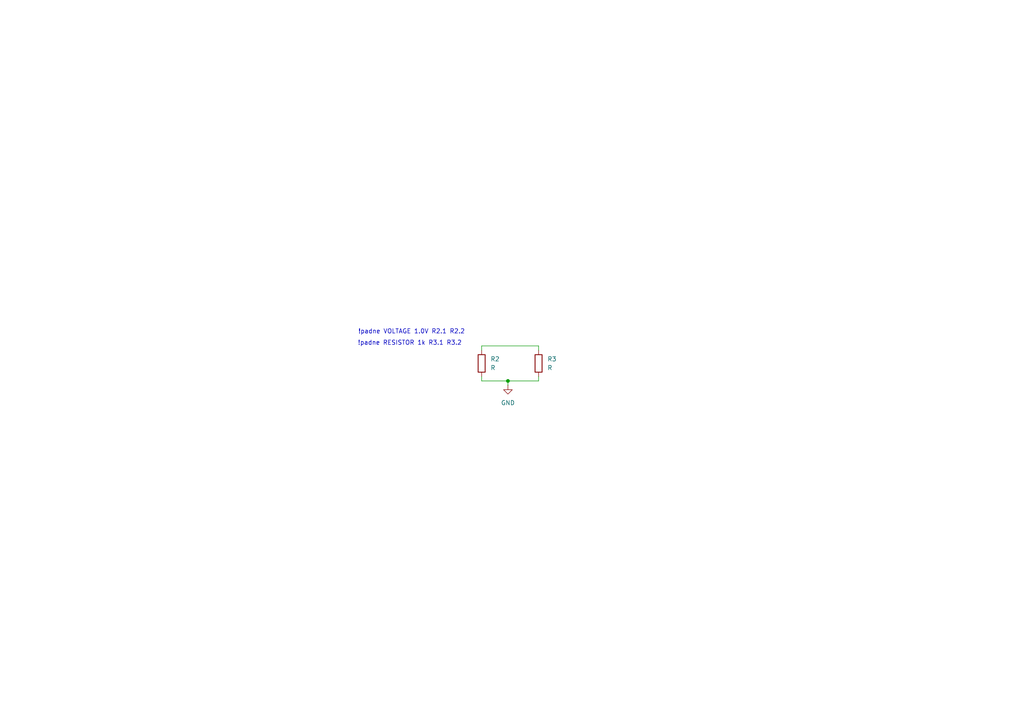
<source format=kicad_sch>
(kicad_sch (version 20231120) (generator "eeschema") (generator_version "8.0")
  (paper "A4")
  (lib_symbols
    (symbol "Device:R" (pin_numbers hide) (pin_names (offset 0))
      (property "Reference" "R" (at 2.032 0 90))
      (property "Value" "R" (at 0 0 90))
      (symbol "R_0_1"
        (rectangle (start -1.016 -2.54) (end 1.016 2.54) (stroke (width 0.254)))
      )
      (symbol "R_1_1"
        (pin passive line (at 0 3.81 270) (length 1.27) (name "~") (number "1"))
        (pin passive line (at 0 -3.81 90) (length 1.27) (name "~") (number "2"))
      )
    )
    (symbol "power:GND" (power) (pin_numbers hide) (pin_names (offset 0) hide)
      (property "Value" "GND" (at 0 -3.81 0))
      (symbol "GND_0_1"
        (polyline (pts (xy 0 0) (xy 0 -1.27) (xy 1.27 -1.27) (xy 0 -2.54) (xy -1.27 -1.27) (xy 0 -1.27)))
      )
      (symbol "GND_1_1"
        (pin power_in line (at 0 0 270) (length 0) (name "~") (number "1"))
      )
    )
  )
  (junction (at 147.32 110.49))
  (wire (pts (xy 156.21 100.33) (xy 156.21 101.6)))
  (wire (pts (xy 139.7 110.49) (xy 147.32 110.49)))
  (wire (pts (xy 139.7 110.49) (xy 139.7 109.22)))
  (wire (pts (xy 156.21 110.49) (xy 156.21 109.22)))
  (wire (pts (xy 147.32 110.49) (xy 147.32 111.76)))
  (wire (pts (xy 139.7 100.33) (xy 156.21 100.33)))
  (wire (pts (xy 147.32 110.49) (xy 156.21 110.49)))
  (wire (pts (xy 139.7 101.6) (xy 139.7 100.33)))
  (text "!padne VOLTAGE 1.0V R2.1 R2.2" (at 119.38 96.266 0) (effects (font (size 1.27 1.27))))
  (text "!padne RESISTOR 1k R3.1 R3.2" (at 118.872 99.568 0) (effects (font (size 1.27 1.27))))
  (symbol (lib_id "Device:R") (at 139.7 105.41 0) (unit 1)
    (property "Reference" "R2" (at 142.24 104.1399 0) (effects (justify left)))
    (property "Value" "R" (at 142.24 106.6799 0) (effects (justify left)))
    (property "Footprint" "Resistor_SMD:R_0603_1608Metric" (effects (hide yes)))
    (property "Description" "Resistor" (effects (hide yes)))
  )
  (symbol (lib_id "Device:R") (at 156.21 105.41 0) (unit 1)
    (property "Reference" "R3" (at 158.75 104.1399 0) (effects (justify left)))
    (property "Value" "R" (at 158.75 106.6799 0) (effects (justify left)))
    (property "Footprint" "Resistor_SMD:R_0603_1608Metric" (effects (hide yes)))
    (property "Description" "Resistor" (effects (hide yes)))
  )
  (symbol (lib_id "power:GND") (at 147.32 111.76 0) (unit 1)
    (property "Reference" "#PWR01" (effects (hide yes)))
    (property "Value" "GND" (at 147.32 116.84 0))
    (property "Description" "Power symbol creates a global label with name \"GND\" , ground" (effects (hide yes)))
  )
)
</source>
